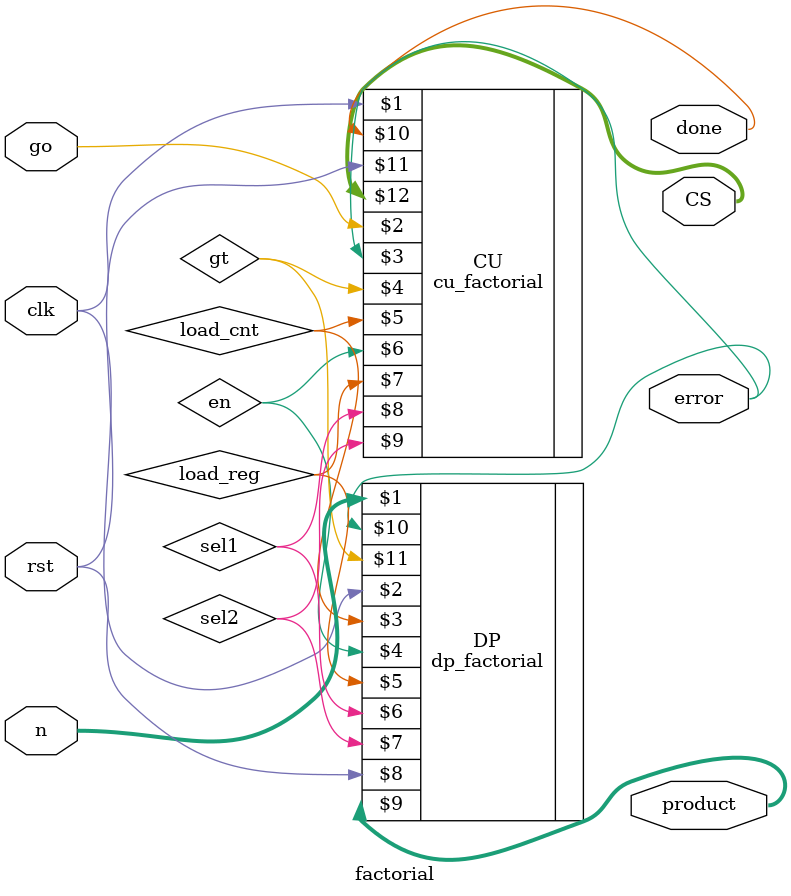
<source format=v>
module factorial(
        input         clk,
        input         rst,
        input         go,
        input  [3:0]  n,
        output        error, done,
        output [1:0]  CS,
        output [31:0] product
    );
    
    wire load_cnt, en, load_reg, sel1, sel2, gt;
    
    cu_factorial CU (clk, go, error, gt, load_cnt, en, load_reg, sel1, sel2, done, rst, CS);
    dp_factorial DP (n, clk, load_cnt, en, load_reg, sel1, sel2, rst, product, error, gt);
    
endmodule

</source>
